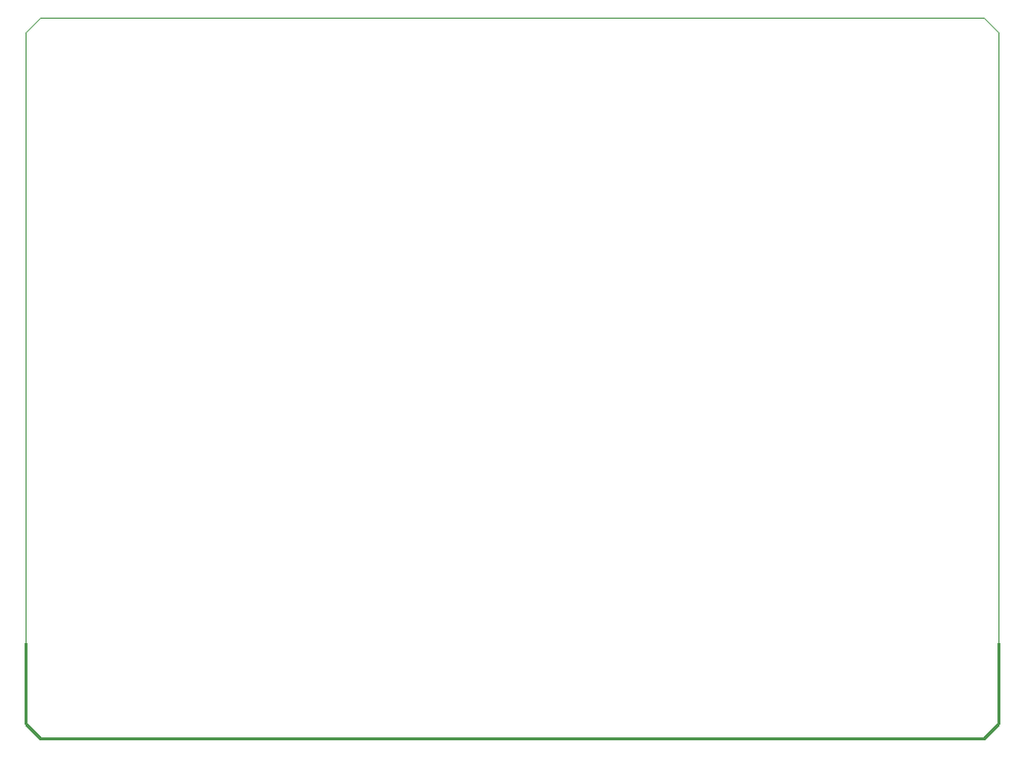
<source format=gbr>
%TF.GenerationSoftware,KiCad,Pcbnew,7.0.5*%
%TF.CreationDate,2023-10-29T18:10:31+11:00*%
%TF.ProjectId,Sega DS-16,53656761-2044-4532-9d31-362e6b696361,rev?*%
%TF.SameCoordinates,Original*%
%TF.FileFunction,Profile,NP*%
%FSLAX46Y46*%
G04 Gerber Fmt 4.6, Leading zero omitted, Abs format (unit mm)*
G04 Created by KiCad (PCBNEW 7.0.5) date 2023-10-29 18:10:31*
%MOMM*%
%LPD*%
G01*
G04 APERTURE LIST*
%TA.AperFunction,Profile*%
%ADD10C,0.100000*%
%TD*%
%TA.AperFunction,Profile*%
%ADD11C,0.254000*%
%TD*%
G04 APERTURE END LIST*
D10*
X104873000Y-72730000D02*
X186153000Y-72730000D01*
X187423000Y-126603000D02*
X187423000Y-74000000D01*
X186153000Y-72730000D02*
X187423000Y-74000000D01*
X103603000Y-126603000D02*
X103603000Y-74000000D01*
X103603000Y-74000000D02*
X104873000Y-72730000D01*
D11*
%TO.C,J1*%
X103603000Y-126603000D02*
X103603000Y-133588000D01*
X103603000Y-133588000D02*
X104873000Y-134858000D01*
X104873000Y-134858000D02*
X186153000Y-134858000D01*
X186153000Y-134858000D02*
X187423000Y-133588000D01*
X187423000Y-133588000D02*
X187423000Y-126603000D01*
%TD*%
M02*

</source>
